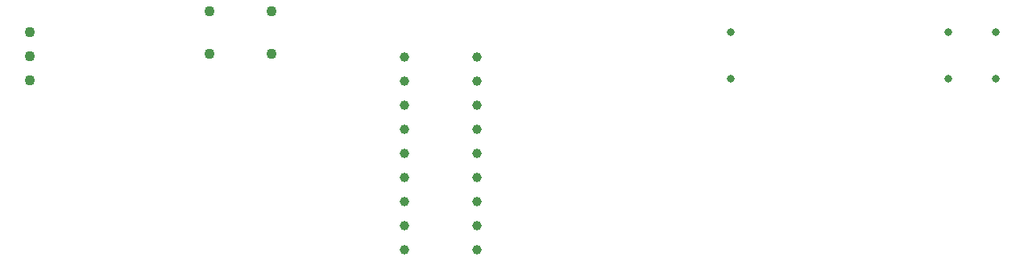
<source format=gbr>
%TF.GenerationSoftware,KiCad,Pcbnew,7.0.10*%
%TF.CreationDate,2024-11-22T18:49:10+05:30*%
%TF.ProjectId,test 3,74657374-2033-42e6-9b69-6361645f7063,rev?*%
%TF.SameCoordinates,Original*%
%TF.FileFunction,Plated,1,2,PTH,Drill*%
%TF.FilePolarity,Positive*%
%FSLAX46Y46*%
G04 Gerber Fmt 4.6, Leading zero omitted, Abs format (unit mm)*
G04 Created by KiCad (PCBNEW 7.0.10) date 2024-11-22 18:49:10*
%MOMM*%
%LPD*%
G01*
G04 APERTURE LIST*
%TA.AperFunction,ComponentDrill*%
%ADD10C,0.800000*%
%TD*%
%TA.AperFunction,ComponentDrill*%
%ADD11C,0.990600*%
%TD*%
%TA.AperFunction,ComponentDrill*%
%ADD12C,1.100000*%
%TD*%
G04 APERTURE END LIST*
D10*
%TO.C,Y1*%
X149860000Y-66040000D03*
X149860000Y-70920000D03*
%TO.C,C1*%
X172760000Y-66040000D03*
%TO.C,C2*%
X172760000Y-70920000D03*
%TO.C,C1*%
X177760000Y-66040000D03*
%TO.C,C2*%
X177760000Y-70920000D03*
D11*
%TO.C,U1*%
X115629300Y-68667400D03*
X115629300Y-71207400D03*
X115629300Y-73747400D03*
X115629300Y-76287400D03*
X115629300Y-78827400D03*
X115629300Y-81367400D03*
X115629300Y-83907400D03*
X115629300Y-86447400D03*
X115629300Y-88987400D03*
X123249300Y-68667400D03*
X123249300Y-71207400D03*
X123249300Y-73747400D03*
X123249300Y-76287400D03*
X123249300Y-78827400D03*
X123249300Y-81367400D03*
X123249300Y-83907400D03*
X123249300Y-86447400D03*
X123249300Y-88987400D03*
D12*
%TO.C,U2*%
X76200000Y-66040000D03*
X76200000Y-68580000D03*
X76200000Y-71120000D03*
%TO.C,SW1*%
X95100000Y-63790000D03*
X95100000Y-68290000D03*
X101600000Y-63790000D03*
X101600000Y-68290000D03*
M02*

</source>
